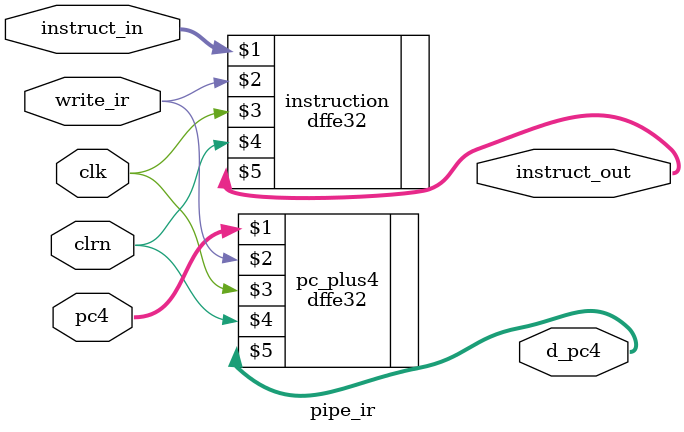
<source format=v>
module pipe_ir(
  pc4,instruct_in,write_ir,clk,clrn,d_pc4,instruct_out
);
    input   [31:0] pc4,instruct_in;
    input          write_ir,clk,clrn;
    output  [31:0] d_pc4,instruct_out;
    dffe32 pc_plus4 (pc4,write_ir,clk,clrn,d_pc4);
    dffe32 instruction (instruct_in,write_ir,clk,clrn,instruct_out);
endmodule // pipe_ir
</source>
